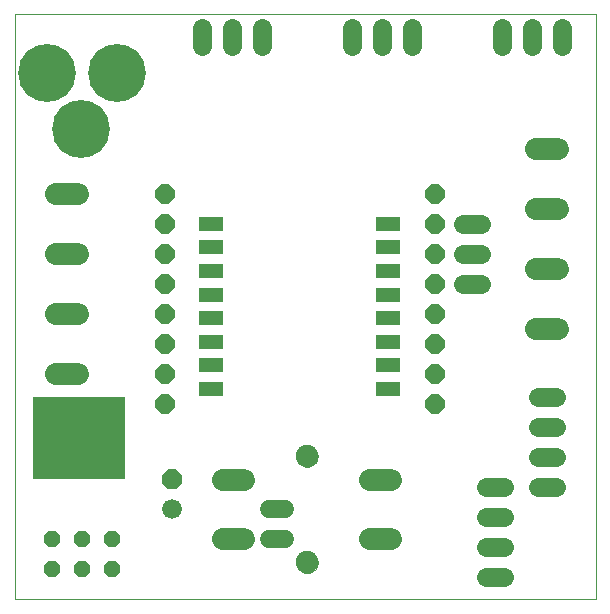
<source format=gts>
G75*
%MOIN*%
%OFA0B0*%
%FSLAX24Y24*%
%IPPOS*%
%LPD*%
%AMOC8*
5,1,8,0,0,1.08239X$1,22.5*
%
%ADD10C,0.0000*%
%ADD11R,0.3063X0.2750*%
%ADD12OC8,0.0560*%
%ADD13OC8,0.0660*%
%ADD14C,0.0660*%
%ADD15C,0.0600*%
%ADD16C,0.0745*%
%ADD17C,0.0750*%
%ADD18C,0.0640*%
%ADD19R,0.0827X0.0512*%
%ADD20OC8,0.0634*%
%ADD21C,0.1930*%
D10*
X002107Y000113D02*
X002107Y019609D01*
X021477Y019609D01*
X021477Y000113D01*
X002107Y000113D01*
X011502Y001343D02*
X011504Y001380D01*
X011510Y001417D01*
X011519Y001453D01*
X011533Y001487D01*
X011550Y001520D01*
X011570Y001552D01*
X011593Y001581D01*
X011619Y001607D01*
X011648Y001630D01*
X011679Y001650D01*
X011713Y001667D01*
X011747Y001681D01*
X011783Y001690D01*
X011820Y001696D01*
X011857Y001698D01*
X011894Y001696D01*
X011931Y001690D01*
X011967Y001681D01*
X012001Y001667D01*
X012034Y001650D01*
X012066Y001630D01*
X012095Y001607D01*
X012121Y001581D01*
X012144Y001552D01*
X012164Y001521D01*
X012181Y001487D01*
X012195Y001453D01*
X012204Y001417D01*
X012210Y001380D01*
X012212Y001343D01*
X012210Y001306D01*
X012204Y001269D01*
X012195Y001233D01*
X012181Y001199D01*
X012164Y001166D01*
X012144Y001134D01*
X012121Y001105D01*
X012095Y001079D01*
X012066Y001056D01*
X012035Y001036D01*
X012001Y001019D01*
X011967Y001005D01*
X011931Y000996D01*
X011894Y000990D01*
X011857Y000988D01*
X011820Y000990D01*
X011783Y000996D01*
X011747Y001005D01*
X011713Y001019D01*
X011680Y001036D01*
X011648Y001056D01*
X011619Y001079D01*
X011593Y001105D01*
X011570Y001134D01*
X011550Y001165D01*
X011533Y001199D01*
X011519Y001233D01*
X011510Y001269D01*
X011504Y001306D01*
X011502Y001343D01*
X011502Y004883D02*
X011504Y004920D01*
X011510Y004957D01*
X011519Y004993D01*
X011533Y005027D01*
X011550Y005060D01*
X011570Y005092D01*
X011593Y005121D01*
X011619Y005147D01*
X011648Y005170D01*
X011679Y005190D01*
X011713Y005207D01*
X011747Y005221D01*
X011783Y005230D01*
X011820Y005236D01*
X011857Y005238D01*
X011894Y005236D01*
X011931Y005230D01*
X011967Y005221D01*
X012001Y005207D01*
X012034Y005190D01*
X012066Y005170D01*
X012095Y005147D01*
X012121Y005121D01*
X012144Y005092D01*
X012164Y005061D01*
X012181Y005027D01*
X012195Y004993D01*
X012204Y004957D01*
X012210Y004920D01*
X012212Y004883D01*
X012210Y004846D01*
X012204Y004809D01*
X012195Y004773D01*
X012181Y004739D01*
X012164Y004706D01*
X012144Y004674D01*
X012121Y004645D01*
X012095Y004619D01*
X012066Y004596D01*
X012035Y004576D01*
X012001Y004559D01*
X011967Y004545D01*
X011931Y004536D01*
X011894Y004530D01*
X011857Y004528D01*
X011820Y004530D01*
X011783Y004536D01*
X011747Y004545D01*
X011713Y004559D01*
X011680Y004576D01*
X011648Y004596D01*
X011619Y004619D01*
X011593Y004645D01*
X011570Y004674D01*
X011550Y004705D01*
X011533Y004739D01*
X011519Y004773D01*
X011510Y004809D01*
X011504Y004846D01*
X011502Y004883D01*
D11*
X004264Y005488D03*
D12*
X004357Y002113D03*
X003357Y002113D03*
X003357Y001113D03*
X004357Y001113D03*
X005357Y001113D03*
X005357Y002113D03*
D13*
X007357Y004113D03*
D14*
X007357Y003113D03*
D15*
X010577Y003113D02*
X011137Y003113D01*
X011137Y002113D02*
X010577Y002113D01*
D16*
X009750Y002133D02*
X009045Y002133D01*
X009045Y004093D02*
X009750Y004093D01*
X013965Y004093D02*
X014670Y004093D01*
X014670Y002133D02*
X013965Y002133D01*
X019505Y009113D02*
X020210Y009113D01*
X020210Y011113D02*
X019505Y011113D01*
X019505Y013113D02*
X020210Y013113D01*
X020210Y015113D02*
X019505Y015113D01*
X004210Y013613D02*
X003505Y013613D01*
X003505Y011613D02*
X004210Y011613D01*
X004210Y009613D02*
X003505Y009613D01*
X003505Y007613D02*
X004210Y007613D01*
D17*
X011857Y004883D03*
X011857Y001343D03*
D18*
X017807Y000863D02*
X018407Y000863D01*
X018407Y001863D02*
X017807Y001863D01*
X017807Y002863D02*
X018407Y002863D01*
X018407Y003863D02*
X017807Y003863D01*
X019557Y003863D02*
X020157Y003863D01*
X020157Y004863D02*
X019557Y004863D01*
X019557Y005863D02*
X020157Y005863D01*
X020157Y006863D02*
X019557Y006863D01*
X017657Y010613D02*
X017057Y010613D01*
X017057Y011613D02*
X017657Y011613D01*
X017657Y012613D02*
X017057Y012613D01*
X018357Y018563D02*
X018357Y019163D01*
X019357Y019163D02*
X019357Y018563D01*
X020357Y018563D02*
X020357Y019163D01*
X015357Y019163D02*
X015357Y018563D01*
X014357Y018563D02*
X014357Y019163D01*
X013357Y019163D02*
X013357Y018563D01*
X010357Y018563D02*
X010357Y019163D01*
X009357Y019163D02*
X009357Y018563D01*
X008357Y018563D02*
X008357Y019163D01*
D19*
X008655Y012634D03*
X008655Y011847D03*
X008655Y011059D03*
X008655Y010272D03*
X008655Y009485D03*
X008655Y008697D03*
X008655Y007910D03*
X008655Y007122D03*
X014560Y007122D03*
X014560Y007910D03*
X014560Y008697D03*
X014560Y009485D03*
X014560Y010272D03*
X014560Y011059D03*
X014560Y011847D03*
X014560Y012634D03*
D20*
X016107Y012613D03*
X016107Y011613D03*
X016107Y010613D03*
X016107Y009613D03*
X016107Y008613D03*
X016107Y007613D03*
X016107Y006613D03*
X016107Y013613D03*
X007107Y013613D03*
X007107Y012613D03*
X007107Y011613D03*
X007107Y010613D03*
X007107Y009613D03*
X007107Y008613D03*
X007107Y007613D03*
X007107Y006613D03*
D21*
X004334Y015801D03*
X003192Y017652D03*
X005515Y017652D03*
M02*

</source>
